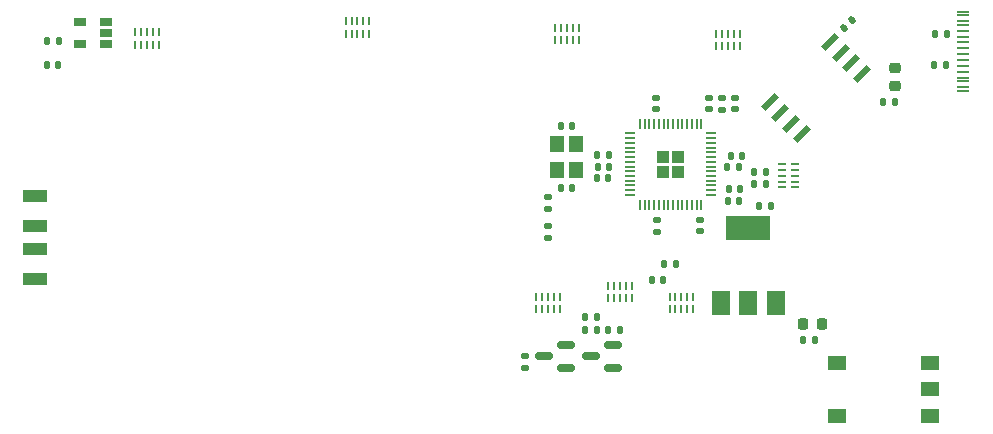
<source format=gbr>
%TF.GenerationSoftware,KiCad,Pcbnew,(7.0.0-0)*%
%TF.CreationDate,2023-09-11T01:39:21-06:00*%
%TF.ProjectId,ReflexFightingBoard,5265666c-6578-4466-9967-6874696e6742,rev?*%
%TF.SameCoordinates,Original*%
%TF.FileFunction,Paste,Top*%
%TF.FilePolarity,Positive*%
%FSLAX46Y46*%
G04 Gerber Fmt 4.6, Leading zero omitted, Abs format (unit mm)*
G04 Created by KiCad (PCBNEW (7.0.0-0)) date 2023-09-11 01:39:21*
%MOMM*%
%LPD*%
G01*
G04 APERTURE LIST*
G04 Aperture macros list*
%AMRoundRect*
0 Rectangle with rounded corners*
0 $1 Rounding radius*
0 $2 $3 $4 $5 $6 $7 $8 $9 X,Y pos of 4 corners*
0 Add a 4 corners polygon primitive as box body*
4,1,4,$2,$3,$4,$5,$6,$7,$8,$9,$2,$3,0*
0 Add four circle primitives for the rounded corners*
1,1,$1+$1,$2,$3*
1,1,$1+$1,$4,$5*
1,1,$1+$1,$6,$7*
1,1,$1+$1,$8,$9*
0 Add four rect primitives between the rounded corners*
20,1,$1+$1,$2,$3,$4,$5,0*
20,1,$1+$1,$4,$5,$6,$7,0*
20,1,$1+$1,$6,$7,$8,$9,0*
20,1,$1+$1,$8,$9,$2,$3,0*%
%AMRotRect*
0 Rectangle, with rotation*
0 The origin of the aperture is its center*
0 $1 length*
0 $2 width*
0 $3 Rotation angle, in degrees counterclockwise*
0 Add horizontal line*
21,1,$1,$2,0,0,$3*%
G04 Aperture macros list end*
%ADD10RoundRect,0.135000X0.135000X0.185000X-0.135000X0.185000X-0.135000X-0.185000X0.135000X-0.185000X0*%
%ADD11R,1.060000X0.650000*%
%ADD12RoundRect,0.140000X-0.140000X-0.170000X0.140000X-0.170000X0.140000X0.170000X-0.140000X0.170000X0*%
%ADD13RoundRect,0.135000X0.185000X-0.135000X0.185000X0.135000X-0.185000X0.135000X-0.185000X-0.135000X0*%
%ADD14RoundRect,0.135000X-0.185000X0.135000X-0.185000X-0.135000X0.185000X-0.135000X0.185000X0.135000X0*%
%ADD15RoundRect,0.140000X0.140000X0.170000X-0.140000X0.170000X-0.140000X-0.170000X0.140000X-0.170000X0*%
%ADD16O,0.200000X0.700000*%
%ADD17R,2.000000X1.000000*%
%ADD18RoundRect,0.140000X-0.170000X0.140000X-0.170000X-0.140000X0.170000X-0.140000X0.170000X0.140000X0*%
%ADD19RoundRect,0.135000X-0.135000X-0.185000X0.135000X-0.185000X0.135000X0.185000X-0.135000X0.185000X0*%
%ADD20RoundRect,0.147500X-0.147500X-0.172500X0.147500X-0.172500X0.147500X0.172500X-0.147500X0.172500X0*%
%ADD21R,1.500000X2.000000*%
%ADD22R,3.800000X2.000000*%
%ADD23RotRect,1.610000X0.580000X45.000000*%
%ADD24RoundRect,0.150000X0.587500X0.150000X-0.587500X0.150000X-0.587500X-0.150000X0.587500X-0.150000X0*%
%ADD25RoundRect,0.250000X-0.292217X0.292217X-0.292217X-0.292217X0.292217X-0.292217X0.292217X0.292217X0*%
%ADD26RoundRect,0.050000X-0.050000X0.387500X-0.050000X-0.387500X0.050000X-0.387500X0.050000X0.387500X0*%
%ADD27RoundRect,0.050000X-0.387500X0.050000X-0.387500X-0.050000X0.387500X-0.050000X0.387500X0.050000X0*%
%ADD28RoundRect,0.140000X0.170000X-0.140000X0.170000X0.140000X-0.170000X0.140000X-0.170000X-0.140000X0*%
%ADD29R,1.150000X1.400000*%
%ADD30RoundRect,0.218750X-0.218750X-0.256250X0.218750X-0.256250X0.218750X0.256250X-0.218750X0.256250X0*%
%ADD31RoundRect,0.218750X-0.256250X0.218750X-0.256250X-0.218750X0.256250X-0.218750X0.256250X0.218750X0*%
%ADD32R,1.550000X1.300000*%
%ADD33RoundRect,0.140000X0.021213X-0.219203X0.219203X-0.021213X-0.021213X0.219203X-0.219203X0.021213X0*%
%ADD34R,1.100000X0.225000*%
%ADD35O,0.700000X0.200000*%
G04 APERTURE END LIST*
D10*
%TO.C,R5*%
X116810000Y-91000000D03*
X115790000Y-91000000D03*
%TD*%
D11*
%TO.C,U2*%
X120799999Y-91272399D03*
X120799999Y-90322399D03*
X120799999Y-89372399D03*
X118599999Y-89372399D03*
X118599999Y-91272399D03*
%TD*%
D12*
%TO.C,C1*%
X115820000Y-93000000D03*
X116780000Y-93000000D03*
%TD*%
D13*
%TO.C,R6*%
X158225000Y-107670000D03*
X158225000Y-106650000D03*
%TD*%
D14*
%TO.C,R7*%
X158225000Y-104190000D03*
X158225000Y-105210000D03*
%TD*%
D15*
%TO.C,C9*%
X163310000Y-102600000D03*
X162350000Y-102600000D03*
%TD*%
D16*
%TO.C,U9*%
X168519999Y-113704999D03*
X169019999Y-113704999D03*
X169519999Y-113704999D03*
X170019999Y-113704999D03*
X170519999Y-113704999D03*
X170519999Y-112654999D03*
X170019999Y-112654999D03*
X169519999Y-112654999D03*
X169019999Y-112654999D03*
X168519999Y-112654999D03*
%TD*%
D14*
%TO.C,R15*%
X173000000Y-95790000D03*
X173000000Y-96810000D03*
%TD*%
D17*
%TO.C,J9*%
X114838390Y-104149999D03*
X114838390Y-106649999D03*
X114838390Y-108649999D03*
X114838390Y-111149999D03*
%TD*%
D13*
%TO.C,R4*%
X156300000Y-118710000D03*
X156300000Y-117690000D03*
%TD*%
D12*
%TO.C,C8*%
X173720000Y-100700000D03*
X174680000Y-100700000D03*
%TD*%
D16*
%TO.C,U11*%
X163319999Y-112774999D03*
X163819999Y-112774999D03*
X164319999Y-112774999D03*
X164819999Y-112774999D03*
X165319999Y-112774999D03*
X165319999Y-111724999D03*
X164819999Y-111724999D03*
X164319999Y-111724999D03*
X163819999Y-111724999D03*
X163319999Y-111724999D03*
%TD*%
D18*
%TO.C,C11*%
X167460000Y-106180000D03*
X167460000Y-107140000D03*
%TD*%
D10*
%TO.C,R18*%
X176710000Y-102110000D03*
X175690000Y-102110000D03*
%TD*%
D19*
%TO.C,R3*%
X163290000Y-115450000D03*
X164310000Y-115450000D03*
%TD*%
D16*
%TO.C,U7*%
X160859999Y-89864999D03*
X160359999Y-89864999D03*
X159859999Y-89864999D03*
X159359999Y-89864999D03*
X158859999Y-89864999D03*
X158859999Y-90914999D03*
X159359999Y-90914999D03*
X159859999Y-90914999D03*
X160359999Y-90914999D03*
X160859999Y-90914999D03*
%TD*%
D20*
%TO.C,D2*%
X167025000Y-111250000D03*
X167995000Y-111250000D03*
%TD*%
D21*
%TO.C,U3*%
X172899999Y-113149999D03*
X175199999Y-113149999D03*
D22*
X175199999Y-106849999D03*
D21*
X177499999Y-113149999D03*
%TD*%
D23*
%TO.C,FLASH1*%
X177003841Y-96202081D03*
X177901866Y-97100106D03*
X178799892Y-97998132D03*
X179697917Y-98896157D03*
X184796157Y-93797917D03*
X183898132Y-92899892D03*
X183000106Y-92001866D03*
X182102081Y-91103841D03*
%TD*%
D24*
%TO.C,Q2*%
X163737500Y-118650000D03*
X163737500Y-116750000D03*
X161862500Y-117700000D03*
%TD*%
D25*
%TO.C,U4*%
X169257500Y-100792500D03*
X167982500Y-100792500D03*
X169257500Y-102067500D03*
X167982500Y-102067500D03*
D26*
X171220000Y-97992500D03*
X170820000Y-97992500D03*
X170420000Y-97992500D03*
X170020000Y-97992500D03*
X169620000Y-97992500D03*
X169220000Y-97992500D03*
X168820000Y-97992500D03*
X168420000Y-97992500D03*
X168020000Y-97992500D03*
X167620000Y-97992500D03*
X167220000Y-97992500D03*
X166820000Y-97992500D03*
X166420000Y-97992500D03*
X166020000Y-97992500D03*
D27*
X165182500Y-98830000D03*
X165182500Y-99230000D03*
X165182500Y-99630000D03*
X165182500Y-100030000D03*
X165182500Y-100430000D03*
X165182500Y-100830000D03*
X165182500Y-101230000D03*
X165182500Y-101630000D03*
X165182500Y-102030000D03*
X165182500Y-102430000D03*
X165182500Y-102830000D03*
X165182500Y-103230000D03*
X165182500Y-103630000D03*
X165182500Y-104030000D03*
D26*
X166020000Y-104867500D03*
X166420000Y-104867500D03*
X166820000Y-104867500D03*
X167220000Y-104867500D03*
X167620000Y-104867500D03*
X168020000Y-104867500D03*
X168420000Y-104867500D03*
X168820000Y-104867500D03*
X169220000Y-104867500D03*
X169620000Y-104867500D03*
X170020000Y-104867500D03*
X170420000Y-104867500D03*
X170820000Y-104867500D03*
X171220000Y-104867500D03*
D27*
X172057500Y-104030000D03*
X172057500Y-103630000D03*
X172057500Y-103230000D03*
X172057500Y-102830000D03*
X172057500Y-102430000D03*
X172057500Y-102030000D03*
X172057500Y-101630000D03*
X172057500Y-101230000D03*
X172057500Y-100830000D03*
X172057500Y-100430000D03*
X172057500Y-100030000D03*
X172057500Y-99630000D03*
X172057500Y-99230000D03*
X172057500Y-98830000D03*
%TD*%
D28*
%TO.C,R14*%
X174100000Y-96780000D03*
X174100000Y-95820000D03*
%TD*%
D19*
%TO.C,R21*%
X190900000Y-93000000D03*
X191920000Y-93000000D03*
%TD*%
D10*
%TO.C,R2*%
X162360000Y-114400000D03*
X161340000Y-114400000D03*
%TD*%
D19*
%TO.C,R8*%
X161340000Y-115450000D03*
X162360000Y-115450000D03*
%TD*%
D29*
%TO.C,Y1*%
X160624999Y-101924999D03*
X160624999Y-99724999D03*
X159024999Y-99724999D03*
X159024999Y-101924999D03*
%TD*%
D12*
%TO.C,C7*%
X176120000Y-105000000D03*
X177080000Y-105000000D03*
%TD*%
D16*
%TO.C,U1*%
X174459999Y-90409999D03*
X173959999Y-90409999D03*
X173459999Y-90409999D03*
X172959999Y-90409999D03*
X172459999Y-90409999D03*
X172459999Y-91459999D03*
X172959999Y-91459999D03*
X173459999Y-91459999D03*
X173959999Y-91459999D03*
X174459999Y-91459999D03*
%TD*%
D30*
%TO.C,D1*%
X179837500Y-114975000D03*
X181412500Y-114975000D03*
%TD*%
D19*
%TO.C,R10*%
X168020000Y-109860000D03*
X169040000Y-109860000D03*
%TD*%
D10*
%TO.C,R19*%
X176710000Y-103110000D03*
X175690000Y-103110000D03*
%TD*%
D28*
%TO.C,C15*%
X167400000Y-96780000D03*
X167400000Y-95820000D03*
%TD*%
D16*
%TO.C,U6*%
X143099999Y-89339999D03*
X142599999Y-89339999D03*
X142099999Y-89339999D03*
X141599999Y-89339999D03*
X141099999Y-89339999D03*
X141099999Y-90389999D03*
X141599999Y-90389999D03*
X142099999Y-90389999D03*
X142599999Y-90389999D03*
X143099999Y-90389999D03*
%TD*%
D19*
%TO.C,R22*%
X190990000Y-90400000D03*
X192010000Y-90400000D03*
%TD*%
D28*
%TO.C,C14*%
X171900000Y-96780000D03*
X171900000Y-95820000D03*
%TD*%
D24*
%TO.C,Q1*%
X159787500Y-118650000D03*
X159787500Y-116750000D03*
X157912500Y-117700000D03*
%TD*%
D16*
%TO.C,U5*%
X125299999Y-90274999D03*
X124799999Y-90274999D03*
X124299999Y-90274999D03*
X123799999Y-90274999D03*
X123299999Y-90274999D03*
X123299999Y-91324999D03*
X123799999Y-91324999D03*
X124299999Y-91324999D03*
X124799999Y-91324999D03*
X125299999Y-91324999D03*
%TD*%
D12*
%TO.C,C12*%
X173460000Y-104535062D03*
X174420000Y-104535062D03*
%TD*%
%TO.C,C10*%
X173520000Y-103500000D03*
X174480000Y-103500000D03*
%TD*%
D31*
%TO.C,D3*%
X187600000Y-93272500D03*
X187600000Y-94847500D03*
%TD*%
D32*
%TO.C,SW1*%
X182665657Y-118249999D03*
X190615657Y-118249999D03*
X190615657Y-120499999D03*
X182665657Y-122749999D03*
X190615657Y-122749999D03*
%TD*%
D33*
%TO.C,C5*%
X183260589Y-89939411D03*
X183939411Y-89260589D03*
%TD*%
D12*
%TO.C,C6*%
X179845000Y-116300000D03*
X180805000Y-116300000D03*
%TD*%
D16*
%TO.C,U8*%
X157249999Y-113694999D03*
X157749999Y-113694999D03*
X158249999Y-113694999D03*
X158749999Y-113694999D03*
X159249999Y-113694999D03*
X159249999Y-112644999D03*
X158749999Y-112644999D03*
X158249999Y-112644999D03*
X157749999Y-112644999D03*
X157249999Y-112644999D03*
%TD*%
D15*
%TO.C,C4*%
X160305000Y-98175000D03*
X159345000Y-98175000D03*
%TD*%
D12*
%TO.C,C3*%
X159345000Y-103450000D03*
X160305000Y-103450000D03*
%TD*%
D10*
%TO.C,R16*%
X163430000Y-100650000D03*
X162410000Y-100650000D03*
%TD*%
D34*
%TO.C,J15*%
X193393336Y-95223999D03*
X193393336Y-94423999D03*
X193393336Y-93123999D03*
X193393336Y-92123999D03*
X193393336Y-91623999D03*
X193393336Y-93623999D03*
X193393336Y-89323999D03*
X193393336Y-88523999D03*
X193393336Y-88823999D03*
X193393336Y-89623999D03*
X193393336Y-90123999D03*
X193393336Y-91123999D03*
X193393336Y-92623999D03*
X193393336Y-90623999D03*
X193393336Y-94123999D03*
X193393336Y-94923999D03*
%TD*%
D35*
%TO.C,U10*%
X178074999Y-101399999D03*
X178074999Y-101899999D03*
X178074999Y-102399999D03*
X178074999Y-102899999D03*
X178074999Y-103399999D03*
X179124999Y-103399999D03*
X179124999Y-102899999D03*
X179124999Y-102399999D03*
X179124999Y-101899999D03*
X179124999Y-101399999D03*
%TD*%
D15*
%TO.C,C17*%
X163410000Y-101630000D03*
X162450000Y-101630000D03*
%TD*%
D10*
%TO.C,R9*%
X187600000Y-96190000D03*
X186580000Y-96190000D03*
%TD*%
D12*
%TO.C,C13*%
X173420000Y-101700000D03*
X174380000Y-101700000D03*
%TD*%
D18*
%TO.C,C16*%
X171100000Y-106120000D03*
X171100000Y-107080000D03*
%TD*%
M02*

</source>
